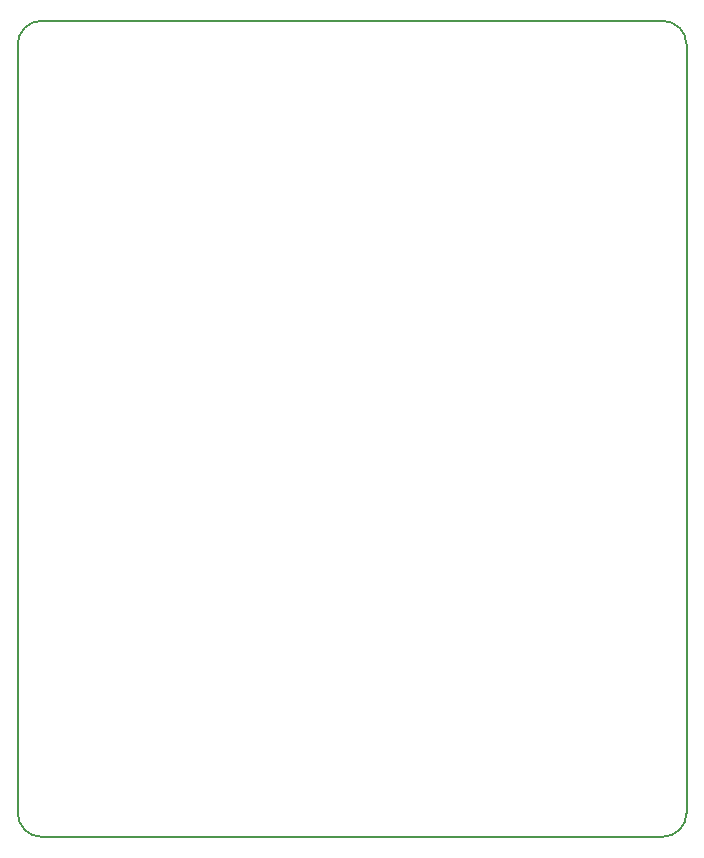
<source format=gbr>
G04 #@! TF.FileFunction,Profile,NP*
%FSLAX46Y46*%
G04 Gerber Fmt 4.6, Leading zero omitted, Abs format (unit mm)*
G04 Created by KiCad (PCBNEW 4.0.7) date 07/31/18 16:14:13*
%MOMM*%
%LPD*%
G01*
G04 APERTURE LIST*
%ADD10C,0.100000*%
%ADD11C,0.150000*%
G04 APERTURE END LIST*
D10*
D11*
X46320000Y-134550000D02*
G75*
G03X48320000Y-136550000I2000000J0D01*
G01*
X100950000Y-136550000D02*
G75*
G03X102950000Y-134550000I0J2000000D01*
G01*
X102950000Y-69480000D02*
G75*
G03X100950000Y-67480000I-2000000J0D01*
G01*
X48320000Y-67480000D02*
G75*
G03X46320000Y-69480000I0J-2000000D01*
G01*
X46320000Y-134550000D02*
X46320000Y-69480000D01*
X100950000Y-136550000D02*
X48320000Y-136550000D01*
X102950000Y-69480000D02*
X102950000Y-134550000D01*
X48320000Y-67480000D02*
X100950000Y-67480000D01*
M02*

</source>
